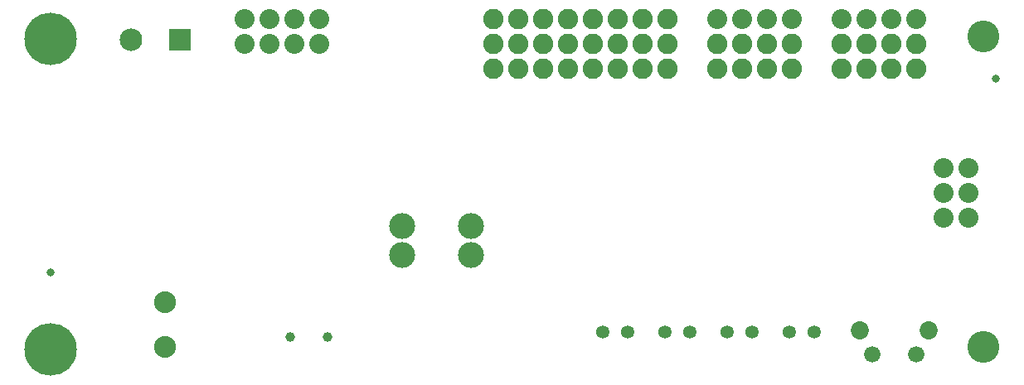
<source format=gbs>
G04 #@! TF.FileFunction,Soldermask,Bot*
%FSLAX46Y46*%
G04 Gerber Fmt 4.6, Leading zero omitted, Abs format (unit mm)*
G04 Created by KiCad (PCBNEW 4.0.7) date 11/14/17 13:42:56*
%MOMM*%
%LPD*%
G01*
G04 APERTURE LIST*
%ADD10C,0.100000*%
%ADD11C,1.000760*%
%ADD12C,2.032000*%
%ADD13R,2.302400X2.302400*%
%ADD14C,2.302400*%
%ADD15C,0.838200*%
%ADD16C,3.251200*%
%ADD17C,1.352400*%
%ADD18C,2.652400*%
%ADD19C,5.352400*%
%ADD20C,0.652400*%
%ADD21C,1.852400*%
%ADD22C,1.676400*%
%ADD23C,2.082800*%
%ADD24C,2.235200*%
G04 APERTURE END LIST*
D10*
D11*
X128643380Y-112989360D03*
X132443220Y-112989360D03*
D12*
X184912000Y-80518000D03*
X187452000Y-80518000D03*
X189992000Y-80518000D03*
X192532000Y-80518000D03*
X172212000Y-80518000D03*
X174752000Y-80518000D03*
X177292000Y-80518000D03*
X179832000Y-80518000D03*
X123952000Y-83058000D03*
X126492000Y-83058000D03*
X129032000Y-83058000D03*
X131572000Y-83058000D03*
X131572000Y-80518000D03*
X129032000Y-80518000D03*
X126492000Y-80518000D03*
X123952000Y-80518000D03*
D13*
X117348000Y-82575400D03*
D14*
X112349280Y-82575400D03*
D12*
X195326000Y-95758000D03*
X197866000Y-95758000D03*
X195326000Y-98298000D03*
X197866000Y-98298000D03*
X195326000Y-100838000D03*
X197866000Y-100838000D03*
D15*
X200660000Y-86614000D03*
X104140000Y-106426000D03*
D16*
X199390000Y-114046000D03*
X199390000Y-82296000D03*
D17*
X182118000Y-112522000D03*
X179578000Y-112522000D03*
X175768000Y-112522000D03*
X173228000Y-112522000D03*
X163068000Y-112522000D03*
X160528000Y-112522000D03*
X169418000Y-112522000D03*
X166878000Y-112522000D03*
D18*
X147066000Y-101648000D03*
X140066000Y-101648000D03*
X147066000Y-104648000D03*
X140066000Y-104648000D03*
D19*
X104140000Y-82550000D03*
D20*
X106172000Y-82550000D03*
X102108000Y-82550000D03*
X104140000Y-80518000D03*
X104140000Y-84582000D03*
X105664000Y-84074000D03*
X105664000Y-81026000D03*
X102616000Y-81026000D03*
X102616000Y-84074000D03*
D19*
X104140000Y-114300000D03*
D20*
X106172000Y-114300000D03*
X102108000Y-114300000D03*
X104140000Y-112268000D03*
X104140000Y-116332000D03*
X105664000Y-115824000D03*
X105664000Y-112776000D03*
X102616000Y-112776000D03*
X102616000Y-115824000D03*
D21*
X193782000Y-112308000D03*
D22*
X192532000Y-114808000D03*
X188032000Y-114808000D03*
D21*
X186782000Y-112308000D03*
D23*
X159512000Y-83058000D03*
X162052000Y-83058000D03*
X164592000Y-83058000D03*
X167132000Y-83058000D03*
X184912000Y-83058000D03*
X187452000Y-83058000D03*
X189992000Y-83058000D03*
X192532000Y-83058000D03*
X172212000Y-83058000D03*
X174752000Y-83058000D03*
X177292000Y-83058000D03*
X179832000Y-83058000D03*
X149352000Y-83058000D03*
X151892000Y-83058000D03*
X154432000Y-83058000D03*
X156972000Y-83058000D03*
X159512000Y-80518000D03*
X162052000Y-80518000D03*
X164592000Y-80518000D03*
X167132000Y-80518000D03*
X149352000Y-80518000D03*
X151892000Y-80518000D03*
X154432000Y-80518000D03*
X156972000Y-80518000D03*
X159512000Y-85598000D03*
X162052000Y-85598000D03*
X164592000Y-85598000D03*
X167132000Y-85598000D03*
X184912000Y-85598000D03*
X187452000Y-85598000D03*
X189992000Y-85598000D03*
X192532000Y-85598000D03*
X172212000Y-85598000D03*
X174752000Y-85598000D03*
X177292000Y-85598000D03*
X179832000Y-85598000D03*
X149352000Y-85598000D03*
X151892000Y-85598000D03*
X154432000Y-85598000D03*
X156972000Y-85598000D03*
D24*
X115824000Y-114046000D03*
X115824000Y-109474000D03*
M02*

</source>
